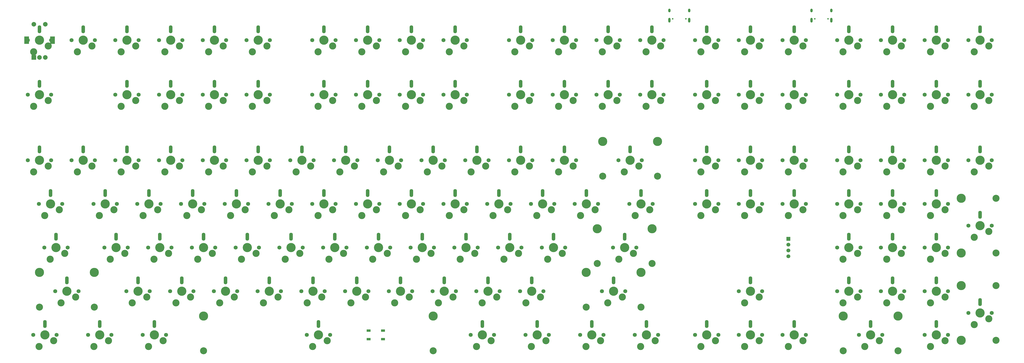
<source format=gbr>
%TF.GenerationSoftware,KiCad,Pcbnew,7.0.3*%
%TF.CreationDate,2023-05-19T09:12:57-04:00*%
%TF.ProjectId,100p-keebored,31303070-2d6b-4656-9562-6f7265642e6b,rev?*%
%TF.SameCoordinates,Original*%
%TF.FileFunction,Soldermask,Top*%
%TF.FilePolarity,Negative*%
%FSLAX46Y46*%
G04 Gerber Fmt 4.6, Leading zero omitted, Abs format (unit mm)*
G04 Created by KiCad (PCBNEW 7.0.3) date 2023-05-19 09:12:57*
%MOMM*%
%LPD*%
G01*
G04 APERTURE LIST*
%ADD10C,1.750000*%
%ADD11C,3.100000*%
%ADD12C,4.000000*%
%ADD13R,2.000000X2.000000*%
%ADD14C,2.000000*%
%ADD15R,2.000000X3.200000*%
%ADD16C,3.048000*%
%ADD17C,3.987800*%
%ADD18R,1.800000X1.100000*%
%ADD19R,1.700000X1.700000*%
%ADD20C,1.700000*%
%ADD21O,1.500000X3.500000*%
%ADD22C,0.650000*%
%ADD23O,1.000000X1.600000*%
%ADD24O,1.000000X2.100000*%
G04 APERTURE END LIST*
D10*
%TO.C,SW10*%
X260731000Y-76504800D03*
D11*
X259461000Y-79044800D03*
D12*
X255651000Y-76504800D03*
D11*
X253111000Y-81584800D03*
D10*
X250571000Y-76504800D03*
%TD*%
%TO.C,SW127*%
X408368500Y-205092300D03*
D11*
X407098500Y-207632300D03*
D12*
X403288500Y-205092300D03*
D11*
X400748500Y-210172300D03*
D10*
X398208500Y-205092300D03*
%TD*%
%TO.C,SW96*%
X334549750Y-166992300D03*
D11*
X333279750Y-169532300D03*
D12*
X329469750Y-166992300D03*
D11*
X326929750Y-172072300D03*
D10*
X324389750Y-166992300D03*
%TD*%
%TO.C,SW78*%
X389318500Y-147942300D03*
D11*
X388048500Y-150482300D03*
D12*
X384238500Y-147942300D03*
D11*
X381698500Y-153022300D03*
D10*
X379158500Y-147942300D03*
%TD*%
%TO.C,SW115*%
X470281000Y-186042300D03*
D11*
X469011000Y-188582300D03*
D12*
X465201000Y-186042300D03*
D11*
X462661000Y-191122300D03*
D10*
X460121000Y-186042300D03*
%TD*%
%TO.C,SW73*%
X279781000Y-147942300D03*
D11*
X278511000Y-150482300D03*
D12*
X274701000Y-147942300D03*
D11*
X272161000Y-153022300D03*
D10*
X269621000Y-147942300D03*
%TD*%
%TO.C,SW50*%
X232156000Y-128892300D03*
D11*
X230886000Y-131432300D03*
D12*
X227076000Y-128892300D03*
D11*
X224536000Y-133972300D03*
D10*
X221996000Y-128892300D03*
%TD*%
D13*
%TO.C,SW130*%
X72176000Y-84004800D03*
D14*
X77176000Y-84004800D03*
X74676000Y-84004800D03*
D15*
X69076000Y-76504800D03*
X80276000Y-76504800D03*
D14*
X77176000Y-69504800D03*
X72176000Y-69504800D03*
%TD*%
D10*
%TO.C,SW69*%
X203581000Y-147942300D03*
D11*
X202311000Y-150482300D03*
D12*
X198501000Y-147942300D03*
D11*
X195961000Y-153022300D03*
D10*
X193421000Y-147942300D03*
%TD*%
%TO.C,SW19*%
X451231000Y-76504800D03*
D11*
X449961000Y-79044800D03*
D12*
X446151000Y-76504800D03*
D11*
X443611000Y-81584800D03*
D10*
X441071000Y-76504800D03*
%TD*%
%TO.C,SW125*%
X370268500Y-205092300D03*
D11*
X368998500Y-207632300D03*
D12*
X365188500Y-205092300D03*
D11*
X362648500Y-210172300D03*
D10*
X360108500Y-205092300D03*
%TD*%
%TO.C,SW76*%
X341693500Y-147942300D03*
D11*
X340423500Y-150482300D03*
D12*
X336613500Y-147942300D03*
D11*
X334073500Y-153022300D03*
D10*
X331533500Y-147942300D03*
%TD*%
%TO.C,SW4*%
X136906000Y-76504800D03*
D11*
X135636000Y-79044800D03*
D12*
X131826000Y-76504800D03*
D11*
X129286000Y-81584800D03*
D10*
X126746000Y-76504800D03*
%TD*%
%TO.C,SW51*%
X251206000Y-128892300D03*
D11*
X249936000Y-131432300D03*
D12*
X246126000Y-128892300D03*
D11*
X243586000Y-133972300D03*
D10*
X241046000Y-128892300D03*
%TD*%
%TO.C,SW12*%
X308356000Y-76504800D03*
D11*
X307086000Y-79044800D03*
D12*
X303276000Y-76504800D03*
D11*
X300736000Y-81584800D03*
D10*
X298196000Y-76504800D03*
%TD*%
%TO.C,SW71*%
X241681000Y-147942300D03*
D11*
X240411000Y-150482300D03*
D12*
X236601000Y-147942300D03*
D11*
X234061000Y-153022300D03*
D10*
X231521000Y-147942300D03*
%TD*%
%TO.C,SW126*%
X389318500Y-205092300D03*
D11*
X388048500Y-207632300D03*
D12*
X384238500Y-205092300D03*
D11*
X381698500Y-210172300D03*
D10*
X379158500Y-205092300D03*
%TD*%
%TO.C,SW119*%
X129762250Y-205092300D03*
D11*
X128492250Y-207632300D03*
D12*
X124682250Y-205092300D03*
D11*
X122142250Y-210172300D03*
D10*
X119602250Y-205092300D03*
%TD*%
%TO.C,SW107*%
X236918500Y-186042300D03*
D11*
X235648500Y-188582300D03*
D12*
X231838500Y-186042300D03*
D11*
X229298500Y-191122300D03*
D10*
X226758500Y-186042300D03*
%TD*%
%TO.C,SW27*%
X203581000Y-100317300D03*
D11*
X202311000Y-102857300D03*
D12*
X198501000Y-100317300D03*
D11*
X195961000Y-105397300D03*
D10*
X193421000Y-100317300D03*
%TD*%
%TO.C,SW48*%
X194056000Y-128892300D03*
D11*
X192786000Y-131432300D03*
D12*
X188976000Y-128892300D03*
D11*
X186436000Y-133972300D03*
D10*
X183896000Y-128892300D03*
%TD*%
%TO.C,SW81*%
X451231000Y-147942300D03*
D11*
X449961000Y-150482300D03*
D12*
X446151000Y-147942300D03*
D11*
X443611000Y-153022300D03*
D10*
X441071000Y-147942300D03*
%TD*%
%TO.C,SW24*%
X136906000Y-100317300D03*
D11*
X135636000Y-102857300D03*
D12*
X131826000Y-100317300D03*
D11*
X129286000Y-105397300D03*
D10*
X126746000Y-100317300D03*
%TD*%
%TO.C,SW62*%
X489331000Y-128892300D03*
D11*
X488061000Y-131432300D03*
D12*
X484251000Y-128892300D03*
D11*
X481711000Y-133972300D03*
D10*
X479171000Y-128892300D03*
%TD*%
%TO.C,SW23*%
X117856000Y-100317300D03*
D11*
X116586000Y-102857300D03*
D12*
X112776000Y-100317300D03*
D11*
X110236000Y-105397300D03*
D10*
X107696000Y-100317300D03*
%TD*%
%TO.C,SW88*%
X170243500Y-166992300D03*
D11*
X168973500Y-169532300D03*
D12*
X165163500Y-166992300D03*
D11*
X162623500Y-172072300D03*
D10*
X160083500Y-166992300D03*
%TD*%
%TO.C,SW105*%
X198818500Y-186042300D03*
D11*
X197548500Y-188582300D03*
D12*
X193738500Y-186042300D03*
D11*
X191198500Y-191122300D03*
D10*
X188658500Y-186042300D03*
%TD*%
%TO.C,SW8*%
X222631000Y-76504800D03*
D11*
X221361000Y-79044800D03*
D12*
X217551000Y-76504800D03*
D11*
X215011000Y-81584800D03*
D10*
X212471000Y-76504800D03*
%TD*%
%TO.C,SW117*%
X82137250Y-205092300D03*
D11*
X80867250Y-207632300D03*
D12*
X77057250Y-205092300D03*
D11*
X74517250Y-210172300D03*
D10*
X71977250Y-205092300D03*
%TD*%
%TO.C,SW79*%
X408368500Y-147942300D03*
D11*
X407098500Y-150482300D03*
D12*
X403288500Y-147942300D03*
D11*
X400748500Y-153022300D03*
D10*
X398208500Y-147942300D03*
%TD*%
%TO.C,SW66*%
X146431000Y-147942300D03*
D11*
X145161000Y-150482300D03*
D12*
X141351000Y-147942300D03*
D11*
X138811000Y-153022300D03*
D10*
X136271000Y-147942300D03*
%TD*%
%TO.C,SW30*%
X260731000Y-100317300D03*
D11*
X259461000Y-102857300D03*
D12*
X255651000Y-100317300D03*
D11*
X253111000Y-105397300D03*
D10*
X250571000Y-100317300D03*
%TD*%
%TO.C,SW87*%
X151193500Y-166992300D03*
D11*
X149923500Y-169532300D03*
D12*
X146113500Y-166992300D03*
D11*
X143573500Y-172072300D03*
D10*
X141033500Y-166992300D03*
%TD*%
%TO.C,SW68*%
X184531000Y-147942300D03*
D11*
X183261000Y-150482300D03*
D12*
X179451000Y-147942300D03*
D11*
X176911000Y-153022300D03*
D10*
X174371000Y-147942300D03*
%TD*%
%TO.C,SW15*%
X370268500Y-76504800D03*
D11*
X368998500Y-79044800D03*
D12*
X365188500Y-76504800D03*
D11*
X362648500Y-81584800D03*
D10*
X360108500Y-76504800D03*
%TD*%
%TO.C,SW25*%
X155956000Y-100317300D03*
D11*
X154686000Y-102857300D03*
D12*
X150876000Y-100317300D03*
D11*
X148336000Y-105397300D03*
D10*
X145796000Y-100317300D03*
%TD*%
%TO.C,SW89*%
X189293500Y-166992300D03*
D11*
X188023500Y-169532300D03*
D12*
X184213500Y-166992300D03*
D11*
X181673500Y-172072300D03*
D10*
X179133500Y-166992300D03*
%TD*%
%TO.C,SW39*%
X451231000Y-100317300D03*
D11*
X449961000Y-102857300D03*
D12*
X446151000Y-100317300D03*
D11*
X443611000Y-105397300D03*
D10*
X441071000Y-100317300D03*
%TD*%
%TO.C,SW102*%
X141668500Y-186042300D03*
D11*
X140398500Y-188582300D03*
D12*
X136588500Y-186042300D03*
D11*
X134048500Y-191122300D03*
D10*
X131508500Y-186042300D03*
%TD*%
%TO.C,SW70*%
X222631000Y-147942300D03*
D11*
X221361000Y-150482300D03*
D12*
X217551000Y-147942300D03*
D11*
X215011000Y-153022300D03*
D10*
X212471000Y-147942300D03*
%TD*%
%TO.C,SW77*%
X370268500Y-147942300D03*
D11*
X368998500Y-150482300D03*
D12*
X365188500Y-147942300D03*
D11*
X362648500Y-153022300D03*
D10*
X360108500Y-147942300D03*
%TD*%
%TO.C,SW59*%
X432181000Y-128892300D03*
D11*
X430911000Y-131432300D03*
D12*
X427101000Y-128892300D03*
D11*
X424561000Y-133972300D03*
D10*
X422021000Y-128892300D03*
%TD*%
D16*
%TO.C,REF\u002A\u002A*%
X491236000Y-183629300D03*
D17*
X476026000Y-183629300D03*
D16*
X491236000Y-207505300D03*
D17*
X476026000Y-207505300D03*
%TD*%
D10*
%TO.C,SW114*%
X451231000Y-186042300D03*
D11*
X449961000Y-188582300D03*
D12*
X446151000Y-186042300D03*
D11*
X443611000Y-191122300D03*
D10*
X441071000Y-186042300D03*
%TD*%
%TO.C,SW11*%
X289306000Y-76504800D03*
D11*
X288036000Y-79044800D03*
D12*
X284226000Y-76504800D03*
D11*
X281686000Y-81584800D03*
D10*
X279146000Y-76504800D03*
%TD*%
%TO.C,SW22*%
X79756000Y-100317300D03*
D11*
X78486000Y-102857300D03*
D12*
X74676000Y-100317300D03*
D11*
X72136000Y-105397300D03*
D10*
X69596000Y-100317300D03*
%TD*%
%TO.C,SW61*%
X470281000Y-128892300D03*
D11*
X469011000Y-131432300D03*
D12*
X465201000Y-128892300D03*
D11*
X462661000Y-133972300D03*
D10*
X460121000Y-128892300D03*
%TD*%
%TO.C,SW6*%
X175006000Y-76504800D03*
D11*
X173736000Y-79044800D03*
D12*
X169926000Y-76504800D03*
D11*
X167386000Y-81584800D03*
D10*
X164846000Y-76504800D03*
%TD*%
%TO.C,SW97*%
X432181000Y-166992300D03*
D11*
X430911000Y-169532300D03*
D12*
X427101000Y-166992300D03*
D11*
X424561000Y-172072300D03*
D10*
X422021000Y-166992300D03*
%TD*%
%TO.C,SW21*%
X489331000Y-76504800D03*
D11*
X488061000Y-79044800D03*
D12*
X484251000Y-76504800D03*
D11*
X481711000Y-81584800D03*
D10*
X479171000Y-76504800D03*
%TD*%
%TO.C,SW29*%
X241681000Y-100317300D03*
D11*
X240411000Y-102857300D03*
D12*
X236601000Y-100317300D03*
D11*
X234061000Y-105397300D03*
D10*
X231521000Y-100317300D03*
%TD*%
%TO.C,SW63*%
X84518500Y-147942300D03*
D11*
X83248500Y-150482300D03*
D12*
X79438500Y-147942300D03*
D11*
X76898500Y-153022300D03*
D10*
X74358500Y-147942300D03*
%TD*%
%TO.C,SW124*%
X344074750Y-205092300D03*
D11*
X342804750Y-207632300D03*
D12*
X338994750Y-205092300D03*
D11*
X336454750Y-210172300D03*
D10*
X333914750Y-205092300D03*
%TD*%
%TO.C,SW17*%
X408368500Y-76504800D03*
D11*
X407098500Y-79044800D03*
D12*
X403288500Y-76504800D03*
D11*
X400748500Y-81584800D03*
D10*
X398208500Y-76504800D03*
%TD*%
%TO.C,SW49*%
X213106000Y-128892300D03*
D11*
X211836000Y-131432300D03*
D12*
X208026000Y-128892300D03*
D11*
X205486000Y-133972300D03*
D10*
X202946000Y-128892300D03*
%TD*%
%TO.C,SW122*%
X296449750Y-205092300D03*
D11*
X295179750Y-207632300D03*
D12*
X291369750Y-205092300D03*
D11*
X288829750Y-210172300D03*
D10*
X286289750Y-205092300D03*
%TD*%
%TO.C,SW16*%
X389318500Y-76504800D03*
D11*
X388048500Y-79044800D03*
D12*
X384238500Y-76504800D03*
D11*
X381698500Y-81584800D03*
D10*
X379158500Y-76504800D03*
%TD*%
%TO.C,SW120*%
X201199750Y-205092300D03*
D11*
X199929750Y-207632300D03*
D12*
X196119750Y-205092300D03*
D11*
X193579750Y-210172300D03*
D10*
X191039750Y-205092300D03*
%TD*%
D16*
%TO.C,REF\u002A\u002A*%
X491236000Y-145529300D03*
D17*
X476026000Y-145529300D03*
D16*
X491236000Y-169405300D03*
D17*
X476026000Y-169405300D03*
%TD*%
D10*
%TO.C,SW26*%
X175006000Y-100317300D03*
D11*
X173736000Y-102857300D03*
D12*
X169926000Y-100317300D03*
D11*
X167386000Y-105397300D03*
D10*
X164846000Y-100317300D03*
%TD*%
D16*
%TO.C,REF\u002A\u002A*%
X246119600Y-212077156D03*
D17*
X246119600Y-196867156D03*
D16*
X146119600Y-212077156D03*
D17*
X146119600Y-196867156D03*
%TD*%
D10*
%TO.C,SW82*%
X470281000Y-147942300D03*
D11*
X469011000Y-150482300D03*
D12*
X465201000Y-147942300D03*
D11*
X462661000Y-153022300D03*
D10*
X460121000Y-147942300D03*
%TD*%
%TO.C,SW58*%
X408368500Y-128892300D03*
D11*
X407098500Y-131432300D03*
D12*
X403288500Y-128892300D03*
D11*
X400748500Y-133972300D03*
D10*
X398208500Y-128892300D03*
%TD*%
%TO.C,SW86*%
X132143500Y-166992300D03*
D11*
X130873500Y-169532300D03*
D12*
X127063500Y-166992300D03*
D11*
X124523500Y-172072300D03*
D10*
X121983500Y-166992300D03*
%TD*%
%TO.C,SW84*%
X86899750Y-166992300D03*
D11*
X85629750Y-169532300D03*
D12*
X81819750Y-166992300D03*
D11*
X79279750Y-172072300D03*
D10*
X76739750Y-166992300D03*
%TD*%
%TO.C,SW37*%
X408368500Y-100317300D03*
D11*
X407098500Y-102857300D03*
D12*
X403288500Y-100317300D03*
D11*
X400748500Y-105397300D03*
D10*
X398208500Y-100317300D03*
%TD*%
%TO.C,SW90*%
X208343500Y-166992300D03*
D11*
X207073500Y-169532300D03*
D12*
X203263500Y-166992300D03*
D11*
X200723500Y-172072300D03*
D10*
X198183500Y-166992300D03*
%TD*%
%TO.C,SW9*%
X241681000Y-76504800D03*
D11*
X240411000Y-79044800D03*
D12*
X236601000Y-76504800D03*
D11*
X234061000Y-81584800D03*
D10*
X231521000Y-76504800D03*
%TD*%
%TO.C,SW18*%
X432181000Y-76504800D03*
D11*
X430911000Y-79044800D03*
D12*
X427101000Y-76504800D03*
D11*
X424561000Y-81584800D03*
D10*
X422021000Y-76504800D03*
%TD*%
%TO.C,SW35*%
X370268500Y-100317300D03*
D11*
X368998500Y-102857300D03*
D12*
X365188500Y-100317300D03*
D11*
X362648500Y-105397300D03*
D10*
X360108500Y-100317300D03*
%TD*%
D16*
%TO.C,REF\u002A\u002A*%
X343789000Y-135877300D03*
D17*
X343789000Y-120667300D03*
D16*
X319913000Y-135877300D03*
D17*
X319913000Y-120667300D03*
%TD*%
D10*
%TO.C,SW34*%
X346456000Y-100317300D03*
D11*
X345186000Y-102857300D03*
D12*
X341376000Y-100317300D03*
D11*
X338836000Y-105397300D03*
D10*
X336296000Y-100317300D03*
%TD*%
%TO.C,SW121*%
X272637250Y-205092300D03*
D11*
X271367250Y-207632300D03*
D12*
X267557250Y-205092300D03*
D11*
X265017250Y-210172300D03*
D10*
X262477250Y-205092300D03*
%TD*%
%TO.C,SW46*%
X155956000Y-128892300D03*
D11*
X154686000Y-131432300D03*
D12*
X150876000Y-128892300D03*
D11*
X148336000Y-133972300D03*
D10*
X145796000Y-128892300D03*
%TD*%
%TO.C,SW74*%
X298831000Y-147942300D03*
D11*
X297561000Y-150482300D03*
D12*
X293751000Y-147942300D03*
D11*
X291211000Y-153022300D03*
D10*
X288671000Y-147942300D03*
%TD*%
D16*
%TO.C,REF\u002A\u002A*%
X341407750Y-173977300D03*
D17*
X341407750Y-158767300D03*
D16*
X317531750Y-173977300D03*
D17*
X317531750Y-158767300D03*
%TD*%
D16*
%TO.C,REF\u002A\u002A*%
X448564000Y-212077300D03*
D17*
X448564000Y-196867300D03*
D16*
X424688000Y-212077300D03*
D17*
X424688000Y-196867300D03*
%TD*%
D10*
%TO.C,SW47*%
X175006000Y-128892300D03*
D11*
X173736000Y-131432300D03*
D12*
X169926000Y-128892300D03*
D11*
X167386000Y-133972300D03*
D10*
X164846000Y-128892300D03*
%TD*%
%TO.C,SW80*%
X432181000Y-147942300D03*
D11*
X430911000Y-150482300D03*
D12*
X427101000Y-147942300D03*
D11*
X424561000Y-153022300D03*
D10*
X422021000Y-147942300D03*
%TD*%
%TO.C,SW32*%
X308356000Y-100317300D03*
D11*
X307086000Y-102857300D03*
D12*
X303276000Y-100317300D03*
D11*
X300736000Y-105397300D03*
D10*
X298196000Y-100317300D03*
%TD*%
%TO.C,SW110*%
X294068500Y-186042300D03*
D11*
X292798500Y-188582300D03*
D12*
X288988500Y-186042300D03*
D11*
X286448500Y-191122300D03*
D10*
X283908500Y-186042300D03*
%TD*%
%TO.C,SW2*%
X98806000Y-76504800D03*
D11*
X97536000Y-79044800D03*
D12*
X93726000Y-76504800D03*
D11*
X91186000Y-81584800D03*
D10*
X88646000Y-76504800D03*
%TD*%
%TO.C,SW129*%
X470281000Y-205092300D03*
D11*
X469011000Y-207632300D03*
D12*
X465201000Y-205092300D03*
D11*
X462661000Y-210172300D03*
D10*
X460121000Y-205092300D03*
%TD*%
%TO.C,SW123*%
X320262250Y-205092300D03*
D11*
X318992250Y-207632300D03*
D12*
X315182250Y-205092300D03*
D11*
X312642250Y-210172300D03*
D10*
X310102250Y-205092300D03*
%TD*%
%TO.C,SW98*%
X451231000Y-166992300D03*
D11*
X449961000Y-169532300D03*
D12*
X446151000Y-166992300D03*
D11*
X443611000Y-172072300D03*
D10*
X441071000Y-166992300D03*
%TD*%
D16*
%TO.C,REF\u002A\u002A*%
X98520192Y-193027172D03*
D17*
X98520192Y-177817172D03*
D16*
X74644192Y-193027172D03*
D17*
X74644192Y-177817172D03*
%TD*%
D16*
%TO.C,REF\u002A\u002A*%
X336645250Y-193027300D03*
D17*
X336645250Y-177817300D03*
D16*
X312769250Y-193027300D03*
D17*
X312769250Y-177817300D03*
%TD*%
D10*
%TO.C,SW95*%
X303593500Y-166992300D03*
D11*
X302323500Y-169532300D03*
D12*
X298513500Y-166992300D03*
D11*
X295973500Y-172072300D03*
D10*
X293433500Y-166992300D03*
%TD*%
%TO.C,SW14*%
X346456000Y-76504800D03*
D11*
X345186000Y-79044800D03*
D12*
X341376000Y-76504800D03*
D11*
X338836000Y-81584800D03*
D10*
X336296000Y-76504800D03*
%TD*%
%TO.C,SW57*%
X389318500Y-128892300D03*
D11*
X388048500Y-131432300D03*
D12*
X384238500Y-128892300D03*
D11*
X381698500Y-133972300D03*
D10*
X379158500Y-128892300D03*
%TD*%
%TO.C,SW104*%
X179768500Y-186042300D03*
D11*
X178498500Y-188582300D03*
D12*
X174688500Y-186042300D03*
D11*
X172148500Y-191122300D03*
D10*
X169608500Y-186042300D03*
%TD*%
%TO.C,SW13*%
X327406000Y-76504800D03*
D11*
X326136000Y-79044800D03*
D12*
X322326000Y-76504800D03*
D11*
X319786000Y-81584800D03*
D10*
X317246000Y-76504800D03*
%TD*%
%TO.C,SW112*%
X389318480Y-186042272D03*
D11*
X388048480Y-188582272D03*
D12*
X384238480Y-186042272D03*
D11*
X381698480Y-191122272D03*
D10*
X379158480Y-186042272D03*
%TD*%
%TO.C,SW100*%
X91662250Y-186042300D03*
D11*
X90392250Y-188582300D03*
D12*
X86582250Y-186042300D03*
D11*
X84042250Y-191122300D03*
D10*
X81502250Y-186042300D03*
%TD*%
%TO.C,SW99*%
X470281000Y-166992300D03*
D11*
X469011000Y-169532300D03*
D12*
X465201000Y-166992300D03*
D11*
X462661000Y-172072300D03*
D10*
X460121000Y-166992300D03*
%TD*%
%TO.C,SW45*%
X136906000Y-128892300D03*
D11*
X135636000Y-131432300D03*
D12*
X131826000Y-128892300D03*
D11*
X129286000Y-133972300D03*
D10*
X126746000Y-128892300D03*
%TD*%
%TO.C,SW5*%
X155956000Y-76504800D03*
D11*
X154686000Y-79044800D03*
D12*
X150876000Y-76504800D03*
D11*
X148336000Y-81584800D03*
D10*
X145796000Y-76504800D03*
%TD*%
%TO.C,SW94*%
X284543500Y-166992300D03*
D11*
X283273500Y-169532300D03*
D12*
X279463500Y-166992300D03*
D11*
X276923500Y-172072300D03*
D10*
X274383500Y-166992300D03*
%TD*%
%TO.C,SW101*%
X122618500Y-186042300D03*
D11*
X121348500Y-188582300D03*
D12*
X117538500Y-186042300D03*
D11*
X114998500Y-191122300D03*
D10*
X112458500Y-186042300D03*
%TD*%
%TO.C,SW56*%
X370268500Y-128892300D03*
D11*
X368998500Y-131432300D03*
D12*
X365188500Y-128892300D03*
D11*
X362648500Y-133972300D03*
D10*
X360108500Y-128892300D03*
%TD*%
%TO.C,SW28*%
X222631000Y-100317300D03*
D11*
X221361000Y-102857300D03*
D12*
X217551000Y-100317300D03*
D11*
X215011000Y-105397300D03*
D10*
X212471000Y-100317300D03*
%TD*%
%TO.C,SW43*%
X98806000Y-128892300D03*
D11*
X97536000Y-131432300D03*
D12*
X93726000Y-128892300D03*
D11*
X91186000Y-133972300D03*
D10*
X88646000Y-128892300D03*
%TD*%
%TO.C,SW31*%
X289306000Y-100317300D03*
D11*
X288036000Y-102857300D03*
D12*
X284226000Y-100317300D03*
D11*
X281686000Y-105397300D03*
D10*
X279146000Y-100317300D03*
%TD*%
%TO.C,SW52*%
X270256000Y-128892300D03*
D11*
X268986000Y-131432300D03*
D12*
X265176000Y-128892300D03*
D11*
X262636000Y-133972300D03*
D10*
X260096000Y-128892300D03*
%TD*%
%TO.C,SW103*%
X160718500Y-186042300D03*
D11*
X159448500Y-188582300D03*
D12*
X155638500Y-186042300D03*
D11*
X153098500Y-191122300D03*
D10*
X150558500Y-186042300D03*
%TD*%
%TO.C,SW91*%
X227393500Y-166992300D03*
D11*
X226123500Y-169532300D03*
D12*
X222313500Y-166992300D03*
D11*
X219773500Y-172072300D03*
D10*
X217233500Y-166992300D03*
%TD*%
%TO.C,SW36*%
X389318500Y-100317300D03*
D11*
X388048500Y-102857300D03*
D12*
X384238500Y-100317300D03*
D11*
X381698500Y-105397300D03*
D10*
X379158500Y-100317300D03*
%TD*%
%TO.C,SW44*%
X117856000Y-128892300D03*
D11*
X116586000Y-131432300D03*
D12*
X112776000Y-128892300D03*
D11*
X110236000Y-133972300D03*
D10*
X107696000Y-128892300D03*
%TD*%
%TO.C,SW111*%
X329787250Y-186042300D03*
D11*
X328517250Y-188582300D03*
D12*
X324707250Y-186042300D03*
D11*
X322167250Y-191122300D03*
D10*
X319627250Y-186042300D03*
%TD*%
%TO.C,SW85*%
X113093500Y-166992300D03*
D11*
X111823500Y-169532300D03*
D12*
X108013500Y-166992300D03*
D11*
X105473500Y-172072300D03*
D10*
X102933500Y-166992300D03*
%TD*%
%TO.C,SW54*%
X308356000Y-128892300D03*
D11*
X307086000Y-131432300D03*
D12*
X303276000Y-128892300D03*
D11*
X300736000Y-133972300D03*
D10*
X298196000Y-128892300D03*
%TD*%
%TO.C,SW41*%
X489331000Y-100317300D03*
D11*
X488061000Y-102857300D03*
D12*
X484251000Y-100317300D03*
D11*
X481711000Y-105397300D03*
D10*
X479171000Y-100317300D03*
%TD*%
%TO.C,SW93*%
X265493500Y-166992300D03*
D11*
X264223500Y-169532300D03*
D12*
X260413500Y-166992300D03*
D11*
X257873500Y-172072300D03*
D10*
X255333500Y-166992300D03*
%TD*%
%TO.C,SW118*%
X105949750Y-205092300D03*
D11*
X104679750Y-207632300D03*
D12*
X100869750Y-205092300D03*
D11*
X98329750Y-210172300D03*
D10*
X95789750Y-205092300D03*
%TD*%
%TO.C,SW75*%
X317881000Y-147942300D03*
D11*
X316611000Y-150482300D03*
D12*
X312801000Y-147942300D03*
D11*
X310261000Y-153022300D03*
D10*
X307721000Y-147942300D03*
%TD*%
%TO.C,SW55*%
X336931000Y-128892300D03*
D11*
X335661000Y-131432300D03*
D12*
X331851000Y-128892300D03*
D11*
X329311000Y-133972300D03*
D10*
X326771000Y-128892300D03*
%TD*%
%TO.C,SW42*%
X79756000Y-128892300D03*
D11*
X78486000Y-131432300D03*
D12*
X74676000Y-128892300D03*
D11*
X72136000Y-133972300D03*
D10*
X69596000Y-128892300D03*
%TD*%
%TO.C,SW109*%
X275018500Y-186042300D03*
D11*
X273748500Y-188582300D03*
D12*
X269938500Y-186042300D03*
D11*
X267398500Y-191122300D03*
D10*
X264858500Y-186042300D03*
%TD*%
%TO.C,SW83*%
X489331000Y-157467300D03*
D11*
X488061000Y-160007300D03*
D12*
X484251000Y-157467300D03*
D11*
X481711000Y-162547300D03*
D10*
X479171000Y-157467300D03*
%TD*%
%TO.C,SW72*%
X260731000Y-147942300D03*
D11*
X259461000Y-150482300D03*
D12*
X255651000Y-147942300D03*
D11*
X253111000Y-153022300D03*
D10*
X250571000Y-147942300D03*
%TD*%
%TO.C,SW20*%
X470281000Y-76504800D03*
D11*
X469011000Y-79044800D03*
D12*
X465201000Y-76504800D03*
D11*
X462661000Y-81584800D03*
D10*
X460121000Y-76504800D03*
%TD*%
%TO.C,SW128*%
X441706000Y-205092300D03*
D11*
X440436000Y-207632300D03*
D12*
X436626000Y-205092300D03*
D11*
X434086000Y-210172300D03*
D10*
X431546000Y-205092300D03*
%TD*%
%TO.C,SW67*%
X165481000Y-147942300D03*
D11*
X164211000Y-150482300D03*
D12*
X160401000Y-147942300D03*
D11*
X157861000Y-153022300D03*
D10*
X155321000Y-147942300D03*
%TD*%
%TO.C,SW53*%
X289306000Y-128892300D03*
D11*
X288036000Y-131432300D03*
D12*
X284226000Y-128892300D03*
D11*
X281686000Y-133972300D03*
D10*
X279146000Y-128892300D03*
%TD*%
%TO.C,SW92*%
X246443500Y-166992300D03*
D11*
X245173500Y-169532300D03*
D12*
X241363500Y-166992300D03*
D11*
X238823500Y-172072300D03*
D10*
X236283500Y-166992300D03*
%TD*%
%TO.C,SW108*%
X255968500Y-186042300D03*
D11*
X254698500Y-188582300D03*
D12*
X250888500Y-186042300D03*
D11*
X248348500Y-191122300D03*
D10*
X245808500Y-186042300D03*
%TD*%
%TO.C,SW1*%
X79756000Y-76504800D03*
D11*
X78486000Y-79044800D03*
D12*
X74676000Y-76504800D03*
D11*
X72136000Y-81584800D03*
D10*
X69596000Y-76504800D03*
%TD*%
%TO.C,SW3*%
X117856000Y-76504800D03*
D11*
X116586000Y-79044800D03*
D12*
X112776000Y-76504800D03*
D11*
X110236000Y-81584800D03*
D10*
X107696000Y-76504800D03*
%TD*%
%TO.C,SW113*%
X432181000Y-186042300D03*
D11*
X430911000Y-188582300D03*
D12*
X427101000Y-186042300D03*
D11*
X424561000Y-191122300D03*
D10*
X422021000Y-186042300D03*
%TD*%
%TO.C,SW65*%
X127381000Y-147942300D03*
D11*
X126111000Y-150482300D03*
D12*
X122301000Y-147942300D03*
D11*
X119761000Y-153022300D03*
D10*
X117221000Y-147942300D03*
%TD*%
%TO.C,SW60*%
X451231000Y-128892300D03*
D11*
X449961000Y-131432300D03*
D12*
X446151000Y-128892300D03*
D11*
X443611000Y-133972300D03*
D10*
X441071000Y-128892300D03*
%TD*%
%TO.C,SW33*%
X327406000Y-100317300D03*
D11*
X326136000Y-102857300D03*
D12*
X322326000Y-100317300D03*
D11*
X319786000Y-105397300D03*
D10*
X317246000Y-100317300D03*
%TD*%
%TO.C,SW64*%
X108331000Y-147942300D03*
D11*
X107061000Y-150482300D03*
D12*
X103251000Y-147942300D03*
D11*
X100711000Y-153022300D03*
D10*
X98171000Y-147942300D03*
%TD*%
D18*
%TO.C,SW200*%
X218022704Y-203242156D03*
X224222704Y-203242156D03*
X218022704Y-206942156D03*
X224222704Y-206942156D03*
%TD*%
D19*
%TO.C,J4*%
X400748160Y-163182144D03*
D20*
X400748160Y-165722144D03*
X400748160Y-168262144D03*
X400748160Y-170802144D03*
%TD*%
D10*
%TO.C,SW40*%
X470281000Y-100317300D03*
D11*
X469011000Y-102857300D03*
D12*
X465201000Y-100317300D03*
D11*
X462661000Y-105397300D03*
D10*
X460121000Y-100317300D03*
%TD*%
%TO.C,SW116*%
X489331000Y-195567300D03*
D11*
X488061000Y-198107300D03*
D12*
X484251000Y-195567300D03*
D11*
X481711000Y-200647300D03*
D10*
X479171000Y-195567300D03*
%TD*%
%TO.C,SW106*%
X217868500Y-186042300D03*
D11*
X216598500Y-188582300D03*
D12*
X212788500Y-186042300D03*
D11*
X210248500Y-191122300D03*
D10*
X207708500Y-186042300D03*
%TD*%
%TO.C,SW38*%
X432181000Y-100317300D03*
D11*
X430911000Y-102857300D03*
D12*
X427101000Y-100317300D03*
D11*
X424561000Y-105397300D03*
D10*
X422021000Y-100317300D03*
%TD*%
%TO.C,SW7*%
X203581000Y-76504800D03*
D11*
X202311000Y-79044800D03*
D12*
X198501000Y-76504800D03*
D11*
X195961000Y-81584800D03*
D10*
X193421000Y-76504800D03*
%TD*%
D21*
%TO.C,D250*%
X227075792Y-124129680D03*
%TD*%
%TO.C,D230*%
X322325712Y-95554704D03*
%TD*%
%TO.C,D206*%
X169925840Y-71742224D03*
%TD*%
%TO.C,D312*%
X174688336Y-181279632D03*
%TD*%
%TO.C,D301*%
X465200592Y-181279632D03*
%TD*%
%TO.C,D204*%
X131825872Y-71742224D03*
%TD*%
%TO.C,D260*%
X446150608Y-124129680D03*
%TD*%
%TO.C,D228*%
X365188176Y-95554704D03*
%TD*%
%TO.C,D274*%
X255650768Y-143179664D03*
%TD*%
%TO.C,D286*%
X127063376Y-162229648D03*
%TD*%
%TO.C,D324*%
X338994448Y-200329616D03*
%TD*%
%TO.C,D246*%
X150875856Y-124129680D03*
%TD*%
%TO.C,D242*%
X74675920Y-124129680D03*
%TD*%
%TO.C,D292*%
X241363280Y-162229648D03*
%TD*%
%TO.C,D305*%
X324706960Y-181279632D03*
%TD*%
%TO.C,D236*%
X198500816Y-95554704D03*
%TD*%
%TO.C,D304*%
X384238160Y-181279632D03*
%TD*%
%TO.C,D275*%
X236600784Y-143179664D03*
%TD*%
%TO.C,D279*%
X160400848Y-143179664D03*
%TD*%
%TO.C,D262*%
X484250576Y-124129680D03*
%TD*%
%TO.C,D257*%
X384238160Y-124129680D03*
%TD*%
%TO.C,D291*%
X222313296Y-162229648D03*
%TD*%
%TO.C,D270*%
X336613200Y-143179664D03*
%TD*%
%TO.C,D232*%
X284225744Y-95554704D03*
%TD*%
%TO.C,D220*%
X465200592Y-71742224D03*
%TD*%
%TO.C,D217*%
X403288144Y-71742224D03*
%TD*%
%TO.C,D272*%
X293750736Y-143179664D03*
%TD*%
%TO.C,D327*%
X403288144Y-200329616D03*
%TD*%
%TO.C,D245*%
X131825872Y-124129680D03*
%TD*%
%TO.C,D240*%
X112775888Y-95554704D03*
%TD*%
%TO.C,D252*%
X265175760Y-124129680D03*
%TD*%
%TO.C,D306*%
X288988240Y-181279632D03*
%TD*%
%TO.C,D303*%
X427100624Y-181279632D03*
%TD*%
%TO.C,D293*%
X260413264Y-162229648D03*
%TD*%
%TO.C,D244*%
X112775888Y-124129680D03*
%TD*%
%TO.C,D202*%
X93725936Y-71742224D03*
%TD*%
%TO.C,D264*%
X465200592Y-143179664D03*
%TD*%
%TO.C,D307*%
X269938256Y-181279632D03*
%TD*%
%TO.C,D226*%
X403288144Y-95554704D03*
%TD*%
%TO.C,D205*%
X150875856Y-71742224D03*
%TD*%
%TO.C,D247*%
X169925840Y-124129680D03*
%TD*%
%TO.C,D266*%
X427100624Y-143179664D03*
%TD*%
%TO.C,D224*%
X446150608Y-95554704D03*
%TD*%
%TO.C,D223*%
X465200592Y-95554704D03*
%TD*%
%TO.C,D271*%
X312800720Y-143179664D03*
%TD*%
%TO.C,D248*%
X188975824Y-124129680D03*
%TD*%
%TO.C,D269*%
X365188176Y-143179664D03*
%TD*%
%TO.C,D325*%
X365188176Y-200329616D03*
%TD*%
%TO.C,D309*%
X231838288Y-181279632D03*
%TD*%
%TO.C,D315*%
X117538384Y-181279632D03*
%TD*%
%TO.C,D208*%
X217550800Y-71742224D03*
%TD*%
%TO.C,D254*%
X303275728Y-124129680D03*
%TD*%
%TO.C,D258*%
X403288144Y-124129680D03*
%TD*%
%TO.C,D233*%
X255650768Y-95554704D03*
%TD*%
%TO.C,D294*%
X279463248Y-162229648D03*
%TD*%
%TO.C,D243*%
X93725904Y-124129680D03*
%TD*%
%TO.C,D253*%
X284225744Y-124129680D03*
%TD*%
%TO.C,D207*%
X198500816Y-71742224D03*
%TD*%
%TO.C,D231*%
X303275728Y-95554704D03*
%TD*%
%TO.C,D326*%
X384238160Y-200329616D03*
%TD*%
%TO.C,D280*%
X141350864Y-143179664D03*
%TD*%
%TO.C,D316*%
X86582160Y-181279632D03*
%TD*%
%TO.C,D218*%
X427100624Y-71742224D03*
%TD*%
%TO.C,D267*%
X403288144Y-143179664D03*
%TD*%
%TO.C,D238*%
X150875856Y-95554704D03*
%TD*%
%TO.C,D314*%
X136588368Y-181279632D03*
%TD*%
D22*
%TO.C,J3*%
X412304750Y-67198550D03*
X418084750Y-67198550D03*
D23*
X410874750Y-63548550D03*
D24*
X410874750Y-67728550D03*
D23*
X419514750Y-63548550D03*
D24*
X419514750Y-67728550D03*
%TD*%
D21*
%TO.C,D290*%
X203263312Y-162229648D03*
%TD*%
%TO.C,D319*%
X124682128Y-200329616D03*
%TD*%
%TO.C,D329*%
X465200592Y-200329616D03*
%TD*%
%TO.C,D237*%
X169925840Y-95554704D03*
%TD*%
%TO.C,D299*%
X465200592Y-162229648D03*
%TD*%
%TO.C,D235*%
X217550800Y-95554704D03*
%TD*%
%TO.C,D277*%
X198500816Y-143179664D03*
%TD*%
%TO.C,D212*%
X303275728Y-71742224D03*
%TD*%
%TO.C,D310*%
X212788304Y-181279632D03*
%TD*%
%TO.C,D289*%
X184213328Y-162229648D03*
%TD*%
%TO.C,D259*%
X427100624Y-124129680D03*
%TD*%
D22*
%TO.C,J2*%
X350392250Y-67198550D03*
X356172250Y-67198550D03*
D23*
X348962250Y-63548550D03*
D24*
X348962250Y-67728550D03*
D23*
X357602250Y-63548550D03*
D24*
X357602250Y-67728550D03*
%TD*%
D21*
%TO.C,D216*%
X384238160Y-71742224D03*
%TD*%
%TO.C,D263*%
X484250576Y-152704656D03*
%TD*%
%TO.C,D311*%
X193738320Y-181279632D03*
%TD*%
%TO.C,D215*%
X365188176Y-71742224D03*
%TD*%
%TO.C,D297*%
X427100624Y-162229648D03*
%TD*%
%TO.C,D201*%
X74675920Y-71742224D03*
%TD*%
%TO.C,D285*%
X108013392Y-162229648D03*
%TD*%
%TO.C,D273*%
X274700752Y-143179664D03*
%TD*%
%TO.C,D322*%
X291369488Y-200329616D03*
%TD*%
%TO.C,D296*%
X329469456Y-162229648D03*
%TD*%
%TO.C,D203*%
X112775888Y-71742224D03*
%TD*%
%TO.C,D227*%
X384238160Y-95554704D03*
%TD*%
%TO.C,D225*%
X427100624Y-95554704D03*
%TD*%
%TO.C,D328*%
X436625616Y-200329616D03*
%TD*%
%TO.C,D281*%
X122300880Y-143179664D03*
%TD*%
%TO.C,D268*%
X384238160Y-143179664D03*
%TD*%
%TO.C,D313*%
X155638352Y-181279632D03*
%TD*%
%TO.C,D249*%
X208025808Y-124129680D03*
%TD*%
%TO.C,D302*%
X446150608Y-181279632D03*
%TD*%
%TO.C,D211*%
X284225744Y-71742224D03*
%TD*%
%TO.C,D317*%
X77057168Y-200329616D03*
%TD*%
%TO.C,D209*%
X236600784Y-71742224D03*
%TD*%
%TO.C,D222*%
X484250576Y-95554704D03*
%TD*%
%TO.C,D283*%
X79438416Y-143179664D03*
%TD*%
%TO.C,D229*%
X341375696Y-95554704D03*
%TD*%
%TO.C,D251*%
X246125776Y-124129680D03*
%TD*%
%TO.C,D221*%
X484250576Y-71742224D03*
%TD*%
%TO.C,D265*%
X446150608Y-143179664D03*
%TD*%
%TO.C,D241*%
X74675920Y-95554704D03*
%TD*%
%TO.C,D214*%
X341375696Y-71742224D03*
%TD*%
%TO.C,D318*%
X100869648Y-200329616D03*
%TD*%
%TO.C,D234*%
X236600784Y-95554704D03*
%TD*%
%TO.C,D276*%
X217550800Y-143179664D03*
%TD*%
%TO.C,D256*%
X365188176Y-124129680D03*
%TD*%
%TO.C,D255*%
X331850704Y-124129680D03*
%TD*%
%TO.C,D300*%
X484250576Y-190804624D03*
%TD*%
%TO.C,D210*%
X255650768Y-71742224D03*
%TD*%
%TO.C,D295*%
X298513232Y-162229648D03*
%TD*%
%TO.C,D321*%
X267557008Y-200329616D03*
%TD*%
%TO.C,D320*%
X196119568Y-200329616D03*
%TD*%
%TO.C,D282*%
X103250896Y-143179664D03*
%TD*%
%TO.C,D219*%
X446150608Y-71742224D03*
%TD*%
%TO.C,D239*%
X131825872Y-95554704D03*
%TD*%
%TO.C,D323*%
X315181968Y-200329616D03*
%TD*%
%TO.C,D308*%
X250888272Y-181279632D03*
%TD*%
%TO.C,D287*%
X146113360Y-162229648D03*
%TD*%
%TO.C,D261*%
X465200592Y-124129680D03*
%TD*%
%TO.C,D278*%
X179450832Y-143179664D03*
%TD*%
%TO.C,D288*%
X165163344Y-162229648D03*
%TD*%
%TO.C,D213*%
X322325712Y-71742224D03*
%TD*%
%TO.C,D284*%
X81819664Y-162229648D03*
%TD*%
%TO.C,D298*%
X446150608Y-162229648D03*
%TD*%
M02*

</source>
